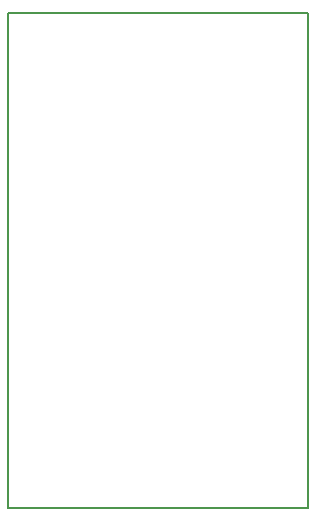
<source format=gko>
G04 #@! TF.FileFunction,Profile,NP*
%FSLAX46Y46*%
G04 Gerber Fmt 4.6, Leading zero omitted, Abs format (unit mm)*
G04 Created by KiCad (PCBNEW 4.0.1-3.201512221402+6198~38~ubuntu14.04.1-stable) date Sat 14 May 2016 03:25:43 PM PDT*
%MOMM*%
G01*
G04 APERTURE LIST*
%ADD10C,0.100000*%
%ADD11C,0.150000*%
G04 APERTURE END LIST*
D10*
D11*
X90170000Y-113030000D02*
X90170000Y-71120000D01*
X115570000Y-113030000D02*
X90170000Y-113030000D01*
X115570000Y-71120000D02*
X115570000Y-113030000D01*
X90170000Y-71120000D02*
X115570000Y-71120000D01*
M02*

</source>
